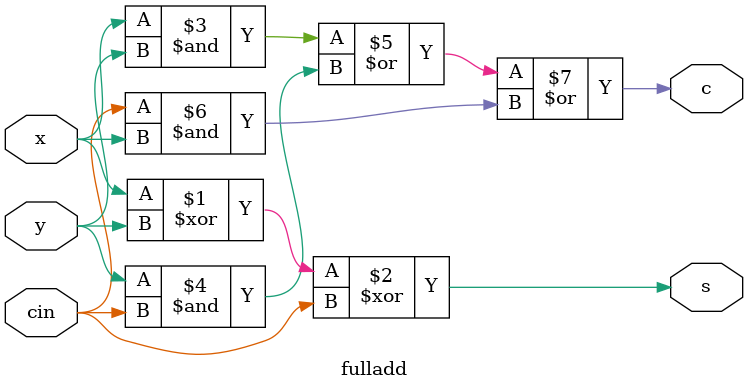
<source format=v>
module prog2 (x, y, s, cout, cin);
input [3:0] x, y;
input cin;
output [3:0] s;
output cout;
wire [3:1] c;
fulladd stage0 (x[0], y[0], cin, s[0], c[1]);
fulladd stage1 (x[1], y[1], c[1], s[1], c[2]);
fulladd stage2 (x[2], y[2], c[2], s[2], c[3]);
fulladd stage3 (x[3], y[3], c[3], s[3], cout);
endmodule

module fulladd (x, y, cin, s, c);
input x, y, cin;
output s, c;
assign s = x^y^cin;
assign c = x&y|y&cin|cin&x;
endmodule

</source>
